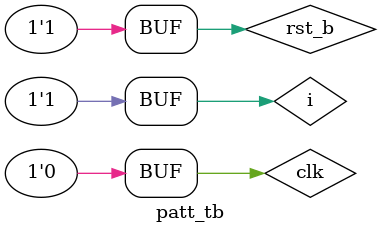
<source format=v>

module patt(
  input clk, rst_b, i,
  output o
);
  localparam S0=0, S1=1, S2=2, S3=3, S4=4;
  reg [2:0] st, st_nxt;
  always @ (*)
    case (st)
      S0:       st_nxt = i ? S1 : S0;
      S1:       st_nxt = i ? S1 : S2;
      S2:       st_nxt = i ? S3 : S0;
      S3:       st_nxt = i ? S4 : S2;
      S4:       st_nxt = i ? S1 : S2;
      default:  st_nxt = S0;
    endcase
  assign o = (st == S4);
  always @ (posedge clk, negedge rst_b)
    if (! rst_b)          st <= S0;
    else                  st <= st_nxt;
endmodule

module patt_tb;
  reg clk, rst_b, i;
  wire o;
  patt inst0(.clk(clk), .rst_b(rst_b), .i(i), .o(o));
  localparam CLK_PERIOD=100, CLK_CYCLES=8, RST_PULSE=10;
  initial begin
    clk = 0;
    repeat (2*CLK_CYCLES) #(CLK_PERIOD/2) clk = 1 - clk;
  end
  initial begin
    rst_b = 0;
    #(RST_PULSE) rst_b = 1;
  end
  initial begin
                    i = 1;
    #(1*CLK_PERIOD) i = 0; 
    #(1*CLK_PERIOD) i = 1;
    #(2*CLK_PERIOD) i = 0;
    #(1*CLK_PERIOD) i = 1;
  end
endmodule
</source>
